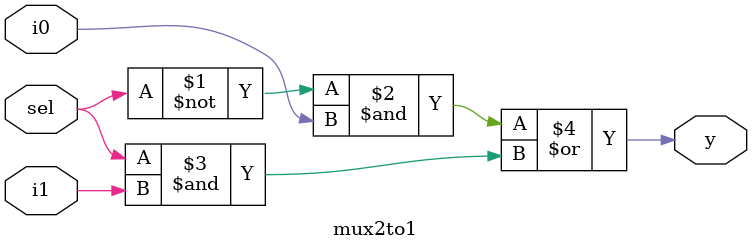
<source format=v>
module mux2to1(input i0,i1,sel,output y);
assign y=(~sel&i0) |(sel&i1);
endmodule

</source>
